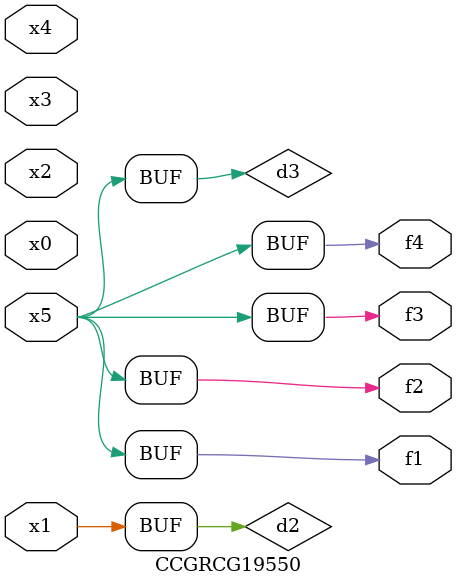
<source format=v>
module CCGRCG19550(
	input x0, x1, x2, x3, x4, x5,
	output f1, f2, f3, f4
);

	wire d1, d2, d3;

	not (d1, x5);
	or (d2, x1);
	xnor (d3, d1);
	assign f1 = d3;
	assign f2 = d3;
	assign f3 = d3;
	assign f4 = d3;
endmodule

</source>
